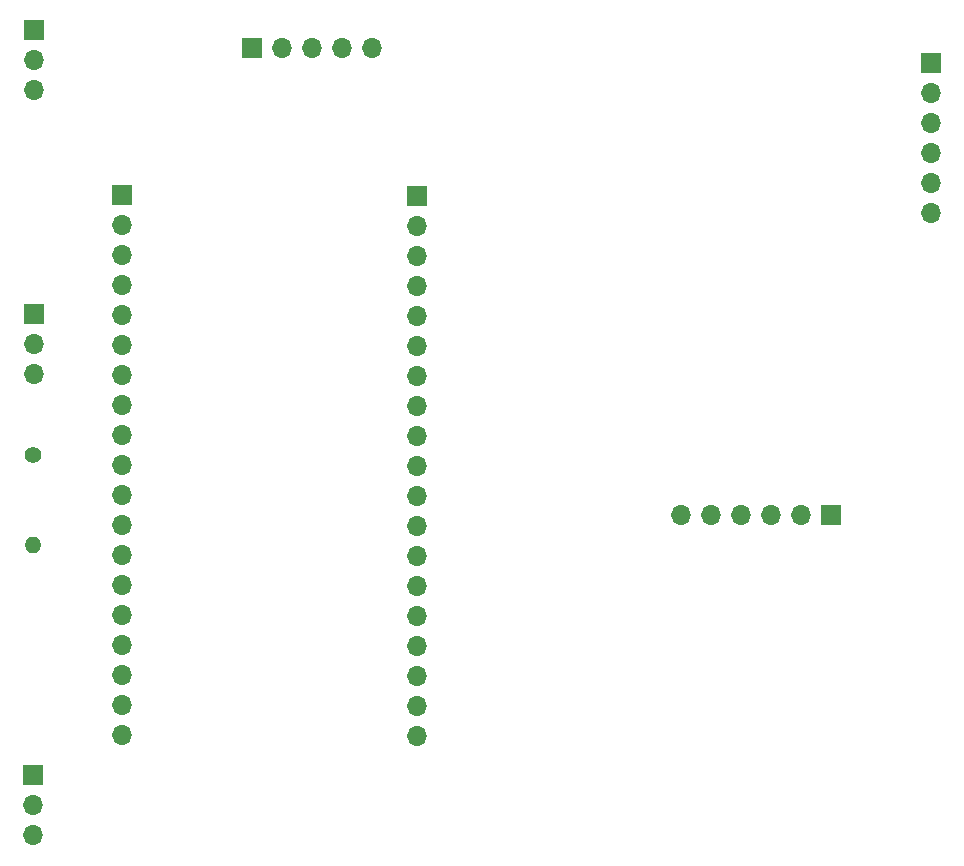
<source format=gbs>
G04 #@! TF.GenerationSoftware,KiCad,Pcbnew,(5.1.12)-1*
G04 #@! TF.CreationDate,2021-12-21T16:45:29+01:00*
G04 #@! TF.ProjectId,pcbV3,70636256-332e-46b6-9963-61645f706362,rev?*
G04 #@! TF.SameCoordinates,Original*
G04 #@! TF.FileFunction,Soldermask,Bot*
G04 #@! TF.FilePolarity,Negative*
%FSLAX46Y46*%
G04 Gerber Fmt 4.6, Leading zero omitted, Abs format (unit mm)*
G04 Created by KiCad (PCBNEW (5.1.12)-1) date 2021-12-21 16:45:29*
%MOMM*%
%LPD*%
G01*
G04 APERTURE LIST*
%ADD10O,1.700000X1.700000*%
%ADD11R,1.700000X1.700000*%
%ADD12C,1.400000*%
%ADD13O,1.400000X1.400000*%
G04 APERTURE END LIST*
D10*
X82500000Y-74080000D03*
X82500000Y-71540000D03*
D11*
X82500000Y-69000000D03*
X82500000Y-45000000D03*
D10*
X82500000Y-47540000D03*
X82500000Y-50080000D03*
X90000000Y-104620000D03*
X90000000Y-102080000D03*
X90000000Y-99540000D03*
X90000000Y-97000000D03*
X90000000Y-94460000D03*
X90000000Y-91920000D03*
X90000000Y-89380000D03*
X90000000Y-86840000D03*
X90000000Y-84300000D03*
X90000000Y-81760000D03*
X90000000Y-79220000D03*
X90000000Y-76680000D03*
X90000000Y-74140000D03*
X90000000Y-71600000D03*
X90000000Y-69060000D03*
X90000000Y-66520000D03*
X90000000Y-63980000D03*
X90000000Y-61440000D03*
D11*
X90000000Y-58900000D03*
X101000000Y-46500000D03*
D10*
X103540000Y-46500000D03*
X106080000Y-46500000D03*
X108620000Y-46500000D03*
X111160000Y-46500000D03*
D11*
X115000000Y-59000000D03*
D10*
X115000000Y-61540000D03*
X115000000Y-64080000D03*
X115000000Y-66620000D03*
X115000000Y-69160000D03*
X115000000Y-71700000D03*
X115000000Y-74240000D03*
X115000000Y-76780000D03*
X115000000Y-79320000D03*
X115000000Y-81860000D03*
X115000000Y-84400000D03*
X115000000Y-86940000D03*
X115000000Y-89480000D03*
X115000000Y-92020000D03*
X115000000Y-94560000D03*
X115000000Y-97100000D03*
X115000000Y-99640000D03*
X115000000Y-102180000D03*
X115000000Y-104720000D03*
D11*
X150000000Y-86000000D03*
D10*
X147460000Y-86000000D03*
X144920000Y-86000000D03*
X142380000Y-86000000D03*
X139840000Y-86000000D03*
X137300000Y-86000000D03*
X158500000Y-60500000D03*
X158500000Y-57960000D03*
X158500000Y-55420000D03*
X158500000Y-52880000D03*
X158500000Y-50340000D03*
D11*
X158500000Y-47800000D03*
X82450000Y-108075000D03*
D10*
X82450000Y-110615000D03*
X82450000Y-113155000D03*
D12*
X82450000Y-80925000D03*
D13*
X82450000Y-88545000D03*
M02*

</source>
